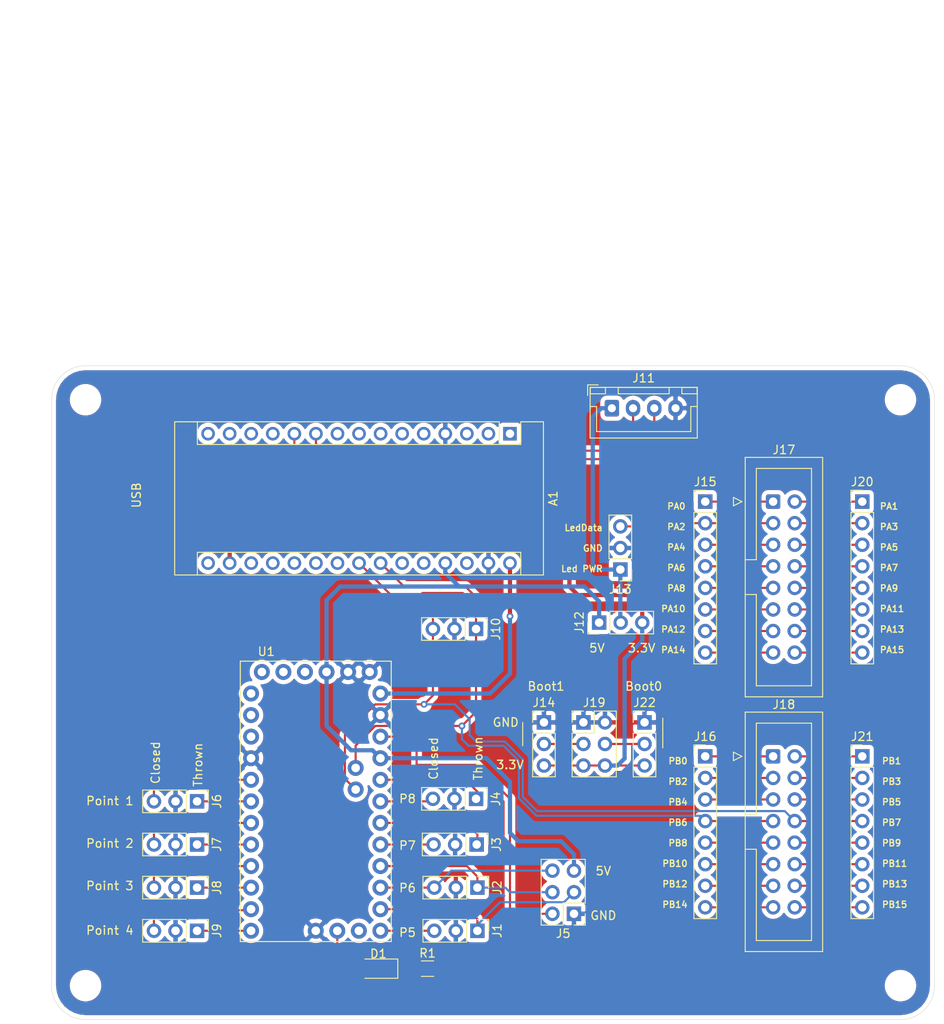
<source format=kicad_pcb>
(kicad_pcb (version 20211014) (generator pcbnew)
  (layers (0 "F.Cu" signal) (31 "B.Cu" signal) (34 "B.Paste" user) (35 "F.Paste" user) (36 "B.SilkS" user "B.Silkscreen") (37 "F.SilkS" user "F.Silkscreen") (38 "B.Mask" user) (39 "F.Mask" user) (44 "Edge.Cuts" user))
  (net 0 "")
  (net 1 "VBUS")
  (net 2 "GND")
  (net 3 "+5V")
  (net 4 "/Loco_Rx")
  (net 5 "/Loco_TX")
  (net 6 "/DC_6")
  (net 7 "/DT_6")
  (net 8 "/DT_5")
  (net 9 "/Rst_Mini")
  (net 10 "/DC_5")
  (net 11 "/DC_7")
  (net 12 "/DT_7")
  (net 13 "/DC_8")
  (net 14 "/DT_8")
  (net 15 "/DC_1")
  (net 16 "/DT_1")
  (net 17 "/DC_2")
  (net 18 "/DT_2")
  (net 19 "/DT_3")
  (net 20 "/DC_3")
  (net 21 "/DC_4")
  (net 22 "/DT_4")
  (net 23 "/PA15")
  (net 24 "/PA13")
  (net 25 "/PA11")
  (net 26 "/PA9")
  (net 27 "/PA7")
  (net 28 "/PA5")
  (net 29 "/PA3")
  (net 30 "/PA1")
  (net 31 "/PA14")
  (net 32 "/PA12")
  (net 33 "/PA10")
  (net 34 "/PA8")
  (net 35 "/PA6")
  (net 36 "/PA4")
  (net 37 "/PA0")
  (net 38 "/PB15")
  (net 39 "/PB13")
  (net 40 "/PB11")
  (net 41 "/PB9")
  (net 42 "/PB7")
  (net 43 "/PB5")
  (net 44 "/PB3")
  (net 45 "/PB1")
  (net 46 "/PB14")
  (net 47 "/PB12")
  (net 48 "/PB10")
  (net 49 "/PB8")
  (net 50 "/PB6")
  (net 51 "/PB4")
  (net 52 "/PB2")
  (net 53 "/PB0")
  (net 54 "+3V3")
  (net 55 "/Boot1")
  (net 56 "/Boot0")
  (net 57 "/LedData")
  (net 58 "/LedPWR")
  (net 59 "/CSignal")
  (net 60 "Net-(D1-Pad1)")
  (footprint "Connector_PinHeader_2.54mm:PinHeader_2x03_P2.54mm_Vertical" (layer "F.Cu") (at 87.54 127.54 180)
    (fp_text reference "J5" (at 1.27 -2.33) (layer "F.SilkS"))
    (fp_text value "Conn_02x03_Odd_Even")
    (pad "1" thru_hole rect locked (at 0 0 180) (size 1.7 1.7) (drill 1) (layers *.Cu *.Mask) (net 2 "GND"))
    (pad "2" thru_hole oval locked (at 2.54 0 180) (size 1.7 1.7) (drill 1) (layers *.Cu *.Mask) (net 9 "/Rst_Mini"))
    (pad "3" thru_hole oval locked (at 0 2.54 180) (size 1.7 1.7) (drill 1) (layers *.Cu *.Mask) (net 8 "/DT_5"))
    (pad "4" thru_hole oval locked (at 2.54 2.54 180) (size 1.7 1.7) (drill 1) (layers *.Cu *.Mask) (net 7 "/DT_6"))
    (pad "5" thru_hole oval locked (at 0 5.08 180) (size 1.7 1.7) (drill 1) (layers *.Cu *.Mask) (net 3 "+5V"))
    (pad "6" thru_hole oval locked (at 2.54 5.08 180) (size 1.7 1.7) (drill 1) (layers *.Cu *.Mask) (net 6 "/DC_6"))
  )
  (footprint "Connector_PinHeader_2.54mm:PinHeader_1x03_P2.54mm_Vertical" (layer "F.Cu") (at 76.16 124.46 -90)
    (fp_text reference "J2" (at 0 -2.33 90) (layer "F.SilkS"))
    (fp_text value "Conn_01x03")
    (pad "1" thru_hole rect locked (at 0 0 270) (size 1.7 1.7) (drill 1) (layers *.Cu *.Mask) (net 7 "/DT_6"))
    (pad "2" thru_hole oval locked (at 0 2.54 270) (size 1.7 1.7) (drill 1) (layers *.Cu *.Mask) (net 2 "GND"))
    (pad "3" thru_hole oval locked (at 0 5.08 270) (size 1.7 1.7) (drill 1) (layers *.Cu *.Mask) (net 6 "/DC_6"))
  )
  (footprint "Connector_PinHeader_2.54mm:PinHeader_1x03_P2.54mm_Vertical" (layer "F.Cu") (at 76 114 -90)
    (fp_text reference "J4" (at 0 -2.33 90) (layer "F.SilkS"))
    (fp_text value "Conn_01x03")
    (pad "1" thru_hole rect locked (at 0 0 270) (size 1.7 1.7) (drill 1) (layers *.Cu *.Mask) (net 14 "/DT_8"))
    (pad "2" thru_hole oval locked (at 0 2.54 270) (size 1.7 1.7) (drill 1) (layers *.Cu *.Mask) (net 2 "GND"))
    (pad "3" thru_hole oval locked (at 0 5.08 270) (size 1.7 1.7) (drill 1) (layers *.Cu *.Mask) (net 13 "/DC_8"))
  )
  (footprint "Connector_PinHeader_2.54mm:PinHeader_1x03_P2.54mm_Vertical" (layer "F.Cu") (at 43.14 114.3 -90)
    (fp_text reference "J6" (at 0 -2.33 90) (layer "F.SilkS"))
    (fp_text value "Conn_01x03")
    (pad "1" thru_hole rect locked (at 0 0 270) (size 1.7 1.7) (drill 1) (layers *.Cu *.Mask) (net 16 "/DT_1"))
    (pad "2" thru_hole oval locked (at 0 2.54 270) (size 1.7 1.7) (drill 1) (layers *.Cu *.Mask) (net 2 "GND"))
    (pad "3" thru_hole oval locked (at 0 5.08 270) (size 1.7 1.7) (drill 1) (layers *.Cu *.Mask) (net 15 "/DC_1"))
  )
  (footprint "Connector_PinHeader_2.54mm:PinHeader_1x03_P2.54mm_Vertical" (layer "F.Cu") (at 43.14 119.38 -90)
    (fp_text reference "J7" (at 0 -2.33 90) (layer "F.SilkS"))
    (fp_text value "Conn_01x03")
    (pad "1" thru_hole rect locked (at 0 0 270) (size 1.7 1.7) (drill 1) (layers *.Cu *.Mask) (net 18 "/DT_2"))
    (pad "2" thru_hole oval locked (at 0 2.54 270) (size 1.7 1.7) (drill 1) (layers *.Cu *.Mask) (net 2 "GND"))
    (pad "3" thru_hole oval locked (at 0 5.08 270) (size 1.7 1.7) (drill 1) (layers *.Cu *.Mask) (net 17 "/DC_2"))
  )
  (footprint "Connector_PinHeader_2.54mm:PinHeader_1x03_P2.54mm_Vertical" (layer "F.Cu") (at 43.14 124.46 -90)
    (fp_text reference "J8" (at 0 -2.33 90) (layer "F.SilkS"))
    (fp_text value "Conn_01x03")
    (pad "1" thru_hole rect locked (at 0 0 270) (size 1.7 1.7) (drill 1) (layers *.Cu *.Mask) (net 19 "/DT_3"))
    (pad "2" thru_hole oval locked (at 0 2.54 270) (size 1.7 1.7) (drill 1) (layers *.Cu *.Mask) (net 2 "GND"))
    (pad "3" thru_hole oval locked (at 0 5.08 270) (size 1.7 1.7) (drill 1) (layers *.Cu *.Mask) (net 20 "/DC_3"))
  )
  (footprint "Connector_PinHeader_2.54mm:PinHeader_1x03_P2.54mm_Vertical" (layer "F.Cu") (at 43.14 129.54 -90)
    (fp_text reference "J9" (at 0 -2.33 90) (layer "F.SilkS"))
    (fp_text value "Conn_01x03")
    (pad "1" thru_hole rect locked (at 0 0 270) (size 1.7 1.7) (drill 1) (layers *.Cu *.Mask) (net 22 "/DT_4"))
    (pad "2" thru_hole oval locked (at 0 2.54 270) (size 1.7 1.7) (drill 1) (layers *.Cu *.Mask) (net 2 "GND"))
    (pad "3" thru_hole oval locked (at 0 5.08 270) (size 1.7 1.7) (drill 1) (layers *.Cu *.Mask) (net 21 "/DC_4"))
  )
  (footprint "Connector_JST:JST_XH_B4B-XH-A_1x04_P2.50mm_Vertical" (layer "F.Cu") (at 92 68)
    (fp_text reference "J11" (at 3.75 -3.55) (layer "F.SilkS"))
    (fp_text value "Conn_01x04")
    (pad "1" thru_hole roundrect locked (at 0 0) (size 1.7 1.95) (drill 0.95) (layers *.Cu *.Mask) (roundrect_rratio 0.147059) (net 58 "/LedPWR"))
    (pad "2" thru_hole oval locked (at 2.5 0) (size 1.7 1.95) (drill 0.95) (layers *.Cu *.Mask) (net 5 "/Loco_TX"))
    (pad "3" thru_hole oval locked (at 5 0) (size 1.7 1.95) (drill 0.95) (layers *.Cu *.Mask) (net 4 "/Loco_Rx"))
    (pad "4" thru_hole oval locked (at 7.5 0) (size 1.7 1.95) (drill 0.95) (layers *.Cu *.Mask) (net 2 "GND"))
  )
  (footprint "Connector_PinHeader_2.54mm:PinHeader_1x03_P2.54mm_Vertical" (layer "F.Cu") (at 76 94 -90)
    (fp_text reference "J10" (at 0 -2.33 90) (layer "F.SilkS"))
    (fp_text value "Conn_01x06")
    (pad "1" thru_hole rect locked (at 0 0 270) (size 1.7 1.7) (drill 1) (layers *.Cu *.Mask) (net 50 "/PB6"))
    (pad "2" thru_hole oval locked (at 0 2.54 270) (size 1.7 1.7) (drill 1) (layers *.Cu *.Mask) (net 2 "GND"))
    (pad "3" thru_hole oval locked (at 0 5.08 270) (size 1.7 1.7) (drill 1) (layers *.Cu *.Mask) (net 42 "/PB7"))
  )
  (footprint "Connector_PinHeader_2.54mm:PinHeader_1x03_P2.54mm_Vertical" (layer "F.Cu") (at 93 87 180)
    (fp_text reference "J13" (at 0 -2.33) (layer "F.SilkS"))
    (fp_text value "Conn_01x06")
    (pad "1" thru_hole rect locked (at 0 0 180) (size 1.7 1.7) (drill 1) (layers *.Cu *.Mask) (net 58 "/LedPWR"))
    (pad "2" thru_hole oval locked (at 0 2.54 180) (size 1.7 1.7) (drill 1) (layers *.Cu *.Mask) (net 2 "GND"))
    (pad "3" thru_hole oval locked (at 0 5.08 180) (size 1.7 1.7) (drill 1) (layers *.Cu *.Mask) (net 57 "/LedData"))
  )
  (footprint "Connector_IDC:IDC-Header_2x08_P2.54mm_Vertical" (layer "F.Cu") (at 111 79)
    (fp_text reference "J17" (at 1.27 -6.1) (layer "F.SilkS"))
    (fp_text value "Conn_02x08_Odd_Even")
    (pad "1" thru_hole roundrect locked (at 0 0) (size 1.7 1.7) (drill 1) (layers *.Cu *.Mask) (roundrect_rratio 0.147059) (net 37 "/PA0"))
    (pad "2" thru_hole circle locked (at 2.54 0) (size 1.7 1.7) (drill 1) (layers *.Cu *.Mask) (net 30 "/PA1"))
    (pad "3" thru_hole circle locked (at 0 2.54) (size 1.7 1.7) (drill 1) (layers *.Cu *.Mask) (net 57 "/LedData"))
    (pad "4" thru_hole circle locked (at 2.54 2.54) (size 1.7 1.7) (drill 1) (layers *.Cu *.Mask) (net 29 "/PA3"))
    (pad "5" thru_hole circle locked (at 0 5.08) (size 1.7 1.7) (drill 1) (layers *.Cu *.Mask) (net 36 "/PA4"))
    (pad "6" thru_hole circle locked (at 2.54 5.08) (size 1.7 1.7) (drill 1) (layers *.Cu *.Mask) (net 28 "/PA5"))
    (pad "7" thru_hole circle locked (at 0 7.62) (size 1.7 1.7) (drill 1) (layers *.Cu *.Mask) (net 35 "/PA6"))
    (pad "8" thru_hole circle locked (at 2.54 7.62) (size 1.7 1.7) (drill 1) (layers *.Cu *.Mask) (net 27 "/PA7"))
    (pad "9" thru_hole circle locked (at 0 10.16) (size 1.7 1.7) (drill 1) (layers *.Cu *.Mask) (net 34 "/PA8"))
    (pad "10" thru_hole circle locked (at 2.54 10.16) (size 1.7 1.7) (drill 1) (layers *.Cu *.Mask) (net 26 "/PA9"))
    (pad "11" thru_hole circle locked (at 0 12.7) (size 1.7 1.7) (drill 1) (layers *.Cu *.Mask) (net 33 "/PA10"))
    (pad "12" thru_hole circle locked (at 2.54 12.7) (size 1.7 1.7) (drill 1) (layers *.Cu *.Mask) (net 25 "/PA11"))
    (pad "13" thru_hole circle locked (at 0 15.24) (size 1.7 1.7) (drill 1) (layers *.Cu *.Mask) (net 32 "/PA12"))
    (pad "14" thru_hole circle locked (at 2.54 15.24) (size 1.7 1.7) (drill 1) (layers *.Cu *.Mask) (net 24 "/PA13"))
    (pad "15" thru_hole circle locked (at 0 17.78) (size 1.7 1.7) (drill 1) (layers *.Cu *.Mask) (net 31 "/PA14"))
    (pad "16" thru_hole circle locked (at 2.54 17.78) (size 1.7 1.7) (drill 1) (layers *.Cu *.Mask) (net 23 "/PA15"))
  )
  (footprint "BoardArduinos:MODULE_ARDUINO_PRO_MINI" (layer "F.Cu") (at 57.12 114.3)
    (fp_text reference "U1" (at -5.825 -17.635) (layer "F.SilkS"))
    (fp_text value "ARDUINO_PRO_MINI")
    (pad "F_DTR" thru_hole circle locked (at -6.35 -15.24) (size 1.8796 1.8796) (drill 1.016) (layers *.Cu *.Mask))
    (pad "F_GND_1" thru_hole circle locked (at 3.81 -15.24) (size 1.8796 1.8796) (drill 1.016) (layers *.Cu *.Mask) (net 2 "GND"))
    (pad "F_GND_2" thru_hole circle locked (at 6.35 -15.24) (size 1.8796 1.8796) (drill 1.016) (layers *.Cu *.Mask) (net 2 "GND"))
    (pad "F_RX" thru_hole circle locked (at -1.27 -15.24) (size 1.8796 1.8796) (drill 1.016) (layers *.Cu *.Mask))
    (pad "F_TX" thru_hole circle locked (at -3.81 -15.24) (size 1.8796 1.8796) (drill 1.016) (layers *.Cu *.Mask))
    (pad "F_VCC" thru_hole circle locked (at 1.27 -15.24) (size 1.8796 1.8796) (drill 1.016) (layers *.Cu *.Mask) (net 3 "+5V"))
    (pad "JP2_1" thru_hole circle locked (at 4.699 -1.397) (size 1.8796 1.8796) (drill 1.016) (layers *.Cu *.Mask) (net 42 "/PB7"))
    (pad "JP2_2" thru_hole circle locked (at 4.699 -3.937) (size 1.8796 1.8796) (drill 1.016) (layers *.Cu *.Mask) (net 50 "/PB6"))
    (pad "JP3_1" thru_hole circle locked (at 2.54 15.24) (size 1.8796 1.8796) (drill 1.016) (layers *.Cu *.Mask) (net 59 "/CSignal"))
    (pad "JP3_2" thru_hole circle locked (at 5.08 15.24) (size 1.8796 1.8796) (drill 1.016) (layers *.Cu *.Mask))
    (pad "JP3_3" thru_hole circle locked (at 0 15.24) (size 1.8796 1.8796) (drill 1.016) (layers *.Cu *.Mask) (net 2 "GND"))
    (pad "JP6_1" thru_hole circle locked (at 7.62 -12.7) (size 1.8796 1.8796) (drill 1.016) (layers *.Cu *.Mask) (net 1 "VBUS"))
    (pad "JP6_2" thru_hole circle locked (at 7.62 -10.16) (size 1.8796 1.8796) (drill 1.016) (layers *.Cu *.Mask) (net 2 "GND"))
    (pad "JP6_3" thru_hole circle locked (at 7.62 -7.62) (size 1.8796 1.8796) (drill 1.016) (layers *.Cu *.Mask) (net 9 "/Rst_Mini"))
    (pad "JP6_4" thru_hole circle locked (at 7.62 -5.08) (size 1.8796 1.8796) (drill 1.016) (layers *.Cu *.Mask) (net 3 "+5V"))
    (pad "JP6_5" thru_hole circle locked (at 7.62 -2.54) (size 1.8796 1.8796) (drill 1.016) (layers *.Cu *.Mask) (net 14 "/DT_8"))
    (pad "JP6_6" thru_hole circle locked (at 7.62 0) (size 1.8796 1.8796) (drill 1.016) (layers *.Cu *.Mask) (net 13 "/DC_8"))
    (pad "JP6_7" thru_hole circle locked (at 7.62 2.54) (size 1.8796 1.8796) (drill 1.016) (layers *.Cu *.Mask) (net 12 "/DT_7"))
    (pad "JP6_8" thru_hole circle locked (at 7.62 5.08) (size 1.8796 1.8796) (drill 1.016) (layers *.Cu *.Mask) (net 11 "/DC_7"))
    (pad "JP6_9" thru_hole circle locked (at 7.62 7.62) (size 1.8796 1.8796) (drill 1.016) (layers *.Cu *.Mask) (net 7 "/DT_6"))
    (pad "JP6_10" thru_hole circle locked (at 7.62 10.16) (size 1.8796 1.8796) (drill 1.016) (layers *.Cu *.Mask) (net 6 "/DC_6"))
    (pad "JP6_11" thru_hole circle locked (at 7.62 12.7) (size 1.8796 1.8796) (drill 1.016) (layers *.Cu *.Mask) (net 8 "/DT_5"))
    (pad "JP6_12" thru_hole circle locked (at 7.62 15.24) (size 1.8796 1.8796) (drill 1.016) (layers *.Cu *.Mask) (net 10 "/DC_5"))
    (pad "JP7_1" thru_hole circle locked (at -7.62 15.24) (size 1.8796 1.8796) (drill 1.016) (layers *.Cu *.Mask) (net 22 "/DT_4"))
    (pad "JP7_2" thru_hole circle locked (at -7.62 12.7) (size 1.8796 1.8796) (drill 1.016) (layers *.Cu *.Mask) (net 21 "/DC_4"))
    (pad "JP7_3" thru_hole circle locked (at -7.62 10.16) (size 1.8796 1.8796) (drill 1.016) (layers *.Cu *.Mask) (net 19 "/DT_3"))
    (pad "JP7_4" thru_hole circle locked (at -7.62 7.62) (size 1.8796 1.8796) (drill 1.016) (layers *.Cu *.Mask) (net 20 "/DC_3"))
    (pad "JP7_5" thru_hole circle locked (at -7.62 5.08) (size 1.8796 1.8796) (drill 1.016) (layers *.Cu *.Mask) (net 18 "/DT_2"))
    (pad "JP7_6" thru_hole circle locked (at -7.62 2.54) (size 1.8796 1.8796) (drill 1.016) (layers *.Cu *.Mask) (net 17 "/DC_2"))
    (pad "JP7_7" thru_hole circle locked (at -7.62 0) (size 1.8796 1.8796) (drill 1.016) (layers *.Cu *.Mask) (net 16 "/DT_1"))
    (pad "JP7_8" thru_hole circle locked (at -7.62 -2.54) (size 1.8796 1.8796) (drill 1.016) (layers *.Cu *.Mask) (net 15 "/DC_1"))
    (pad "JP7_9" thru_hole circle locked (at -7.62 -5.08) (size 1.8796 1.8796) (drill 1.016) (layers *.Cu *.Mask) (net 2 "GND"))
    (pad "JP7_10" thru_hole circle locked (at -7.62 -7.62) (size 1.8796 1.8796) (drill 1.016) (layers *.Cu *.Mask))
    (pad "JP7_11" thru_hole circle locked (at -7.62 -10.16) (size 1.8796 1.8796) (drill 1.016) (layers *.Cu *.Mask))
    (pad "JP7_12" thru_hole circle locked (at -7.62 -12.7) (size 1.8796 1.8796) (drill 1.016) (layers *.Cu *.Mask))
  )
  (footprint "Connector_PinHeader_2.54mm:PinHeader_1x08_P2.54mm_Vertical" (layer "F.Cu") (at 103 79)
    (fp_text reference "J15" (at 0 -2.33) (layer "F.SilkS"))
    (fp_text value "Conn_01x08")
    (pad "1" thru_hole rect locked (at 0 0) (size 1.7 1.7) (drill 1) (layers *.Cu *.Mask) (net 37 "/PA0"))
    (pad "2" thru_hole oval locked (at 0 2.54) (size 1.7 1.7) (drill 1) (layers *.Cu *.Mask) (net 57 "/LedData"))
    (pad "3" thru_hole oval locked (at 0 5.08) (size 1.7 1.7) (drill 1) (layers *.Cu *.Mask) (net 36 "/PA4"))
    (pad "4" thru_hole oval locked (at 0 7.62) (size 1.7 1.7) (drill 1) (layers *.Cu *.Mask) (net 35 "/PA6"))
    (pad "5" thru_hole oval locked (at 0 10.16) (size 1.7 1.7) (drill 1) (layers *.Cu *.Mask) (net 34 "/PA8"))
    (pad "6" thru_hole oval locked (at 0 12.7) (size 1.7 1.7) (drill 1) (layers *.Cu *.Mask) (net 33 "/PA10"))
    (pad "7" thru_hole oval locked (at 0 15.24) (size 1.7 1.7) (drill 1) (layers *.Cu *.Mask) (net 32 "/PA12"))
    (pad "8" thru_hole oval locked (at 0 17.78) (size 1.7 1.7) (drill 1) (layers *.Cu *.Mask) (net 31 "/PA14"))
  )
  (footprint "Connector_PinHeader_2.54mm:PinHeader_1x08_P2.54mm_Vertical" (layer "F.Cu") (at 103 109)
    (fp_text reference "J16" (at 0 -2.33) (layer "F.SilkS"))
    (fp_text value "Conn_01x08")
    (pad "1" thru_hole rect locked (at 0 0) (size 1.7 1.7) (drill 1) (layers *.Cu *.Mask) (net 53 "/PB0"))
    (pad "2" thru_hole oval locked (at 0 2.54) (size 1.7 1.7) (drill 1) (layers *.Cu *.Mask) (net 52 "/PB2"))
    (pad "3" thru_hole oval locked (at 0 5.08) (size 1.7 1.7) (drill 1) (layers *.Cu *.Mask) (net 51 "/PB4"))
    (pad "4" thru_hole oval locked (at 0 7.62) (size 1.7 1.7) (drill 1) (layers *.Cu *.Mask) (net 50 "/PB6"))
    (pad "5" thru_hole oval locked (at 0 10.16) (size 1.7 1.7) (drill 1) (layers *.Cu *.Mask) (net 49 "/PB8"))
    (pad "6" thru_hole oval locked (at 0 12.7) (size 1.7 1.7) (drill 1) (layers *.Cu *.Mask) (net 48 "/PB10"))
    (pad "7" thru_hole oval locked (at 0 15.24) (size 1.7 1.7) (drill 1) (layers *.Cu *.Mask) (net 47 "/PB12"))
    (pad "8" thru_hole oval locked (at 0 17.78) (size 1.7 1.7) (drill 1) (layers *.Cu *.Mask) (net 46 "/PB14"))
  )
  (footprint "Connector_PinHeader_2.54mm:PinHeader_1x08_P2.54mm_Vertical" (layer "F.Cu") (at 121.5 79)
    (fp_text reference "J20" (at 0 -2.33) (layer "F.SilkS"))
    (fp_text value "Conn_01x08")
    (pad "1" thru_hole rect locked (at 0 0) (size 1.7 1.7) (drill 1) (layers *.Cu *.Mask) (net 30 "/PA1"))
    (pad "2" thru_hole oval locked (at 0 2.54) (size 1.7 1.7) (drill 1) (layers *.Cu *.Mask) (net 29 "/PA3"))
    (pad "3" thru_hole oval locked (at 0 5.08) (size 1.7 1.7) (drill 1) (layers *.Cu *.Mask) (net 28 "/PA5"))
    (pad "4" thru_hole oval locked (at 0 7.62) (size 1.7 1.7) (drill 1) (layers *.Cu *.Mask) (net 27 "/PA7"))
    (pad "5" thru_hole oval locked (at 0 10.16) (size 1.7 1.7) (drill 1) (layers *.Cu *.Mask) (net 26 "/PA9"))
    (pad "6" thru_hole oval locked (at 0 12.7) (size 1.7 1.7) (drill 1) (layers *.Cu *.Mask) (net 25 "/PA11"))
    (pad "7" thru_hole oval locked (at 0 15.24) (size 1.7 1.7) (drill 1) (layers *.Cu *.Mask) (net 24 "/PA13"))
    (pad "8" thru_hole oval locked (at 0 17.78) (size 1.7 1.7) (drill 1) (layers *.Cu *.Mask) (net 23 "/PA15"))
  )
  (footprint "Connector_PinHeader_2.54mm:PinHeader_1x08_P2.54mm_Vertical" (layer "F.Cu") (at 121.5 109)
    (fp_text reference "J21" (at 0 -2.33) (layer "F.SilkS"))
    (fp_text value "Conn_01x08")
    (pad "1" thru_hole rect locked (at 0 0) (size 1.7 1.7) (drill 1) (layers *.Cu *.Mask) (net 45 "/PB1"))
    (pad "2" thru_hole oval locked (at 0 2.54) (size 1.7 1.7) (drill 1) (layers *.Cu *.Mask) (net 44 "/PB3"))
    (pad "3" thru_hole oval locked (at 0 5.08) (size 1.7 1.7) (drill 1) (layers *.Cu *.Mask) (net 43 "/PB5"))
    (pad "4" thru_hole oval locked (at 0 7.62) (size 1.7 1.7) (drill 1) (layers *.Cu *.Mask) (net 42 "/PB7"))
    (pad "5" thru_hole oval locked (at 0 10.16) (size 1.7 1.7) (drill 1) (layers *.Cu *.Mask) (net 41 "/PB9"))
    (pad "6" thru_hole oval locked (at 0 12.7) (size 1.7 1.7) (drill 1) (layers *.Cu *.Mask) (net 40 "/PB11"))
    (pad "7" thru_hole oval locked (at 0 15.24) (size 1.7 1.7) (drill 1) (layers *.Cu *.Mask) (net 39 "/PB13"))
    (pad "8" thru_hole oval locked (at 0 17.78) (size 1.7 1.7) (drill 1) (layers *.Cu *.Mask) (net 38 "/PB15"))
  )
  (footprint "Connector_IDC:IDC-Header_2x08_P2.54mm_Vertical" (layer "F.Cu") (at 111 109)
    (fp_text reference "J18" (at 1.27 -6.1) (layer "F.SilkS"))
    (fp_text value "Conn_02x08_Odd_Even")
    (pad "1" thru_hole roundrect locked (at 0 0) (size 1.7 1.7) (drill 1) (layers *.Cu *.Mask) (roundrect_rratio 0.147059) (net 53 "/PB0"))
    (pad "2" thru_hole circle locked (at 2.54 0) (size 1.7 1.7) (drill 1) (layers *.Cu *.Mask) (net 45 "/PB1"))
    (pad "3" thru_hole circle locked (at 0 2.54) (size 1.7 1.7) (drill 1) (layers *.Cu *.Mask) (net 52 "/PB2"))
    (pad "4" thru_hole circle locked (at 2.54 2.54) (size 1.7 1.7) (drill 1) (layers *.Cu *.Mask) (net 44 "/PB3"))
    (pad "5" thru_hole circle locked (at 0 5.08) (size 1.7 1.7) (drill 1) (layers *.Cu *.Mask) (net 51 "/PB4"))
    (pad "6" thru_hole circle locked (at 2.54 5.08) (size 1.7 1.7) (drill 1) (layers *.Cu *.Mask) (net 43 "/PB5"))
    (pad "7" thru_hole circle locked (at 0 7.62) (size 1.7 1.7) (drill 1) (layers *.Cu *.Mask) (net 50 "/PB6"))
    (pad "8" thru_hole circle locked (at 2.54 7.62) (size 1.7 1.7) (drill 1) (layers *.Cu *.Mask) (net 42 "/PB7"))
    (pad "9" thru_hole circle locked (at 0 10.16) (size 1.7 1.7) (drill 1) (layers *.Cu *.Mask) (net 49 "/PB8"))
    (pad "10" thru_hole circle locked (at 2.54 10.16) (size 1.7 1.7) (drill 1) (layers *.Cu *.Mask) (net 41 "/PB9"))
    (pad "11" thru_hole circle locked (at 0 12.7) (size 1.7 1.7) (drill 1) (layers *.Cu *.Mask) (net 48 "/PB10"))
    (pad "12" thru_hole circle locked (at 2.54 12.7) (size 1.7 1.7) (drill 1) (layers *.Cu *.Mask) (net 40 "/PB11"))
    (pad "13" thru_hole circle locked (at 0 15.24) (size 1.7 1.7) (drill 1) (layers *.Cu *.Mask) (net 47 "/PB12"))
    (pad "14" thru_hole circle locked (at 2.54 15.24) (size 1.7 1.7) (drill 1) (layers *.Cu *.Mask) (net 39 "/PB13"))
    (pad "15" thru_hole circle locked (at 0 17.78) (size 1.7 1.7) (drill 1) (layers *.Cu *.Mask) (net 46 "/PB14"))
    (pad "16" thru_hole circle locked (at 2.54 17.78) (size 1.7 1.7) (drill 1) (layers *.Cu *.Mask) (net 38 "/PB15"))
  )
  (footprint "MountingHole:MountingHole_2.7mm_M2.5" (layer "F.Cu") (at 126 67)
    (fp_text reference "H3" hide)
    (fp_text value "MountingHole")
    (pad "" np_thru_hole circle locked (at 0 0) (size 2.7 2.7) (drill 2.7) (layers *.Cu *.Mask))
  )
  (footprint "MountingHole:MountingHole_2.7mm_M2.5" (layer "F.Cu") (at 126 136)
    (fp_text reference "H4" hide)
    (fp_text value "MountingHole")
    (pad "" np_thru_hole circle locked (at 0 0) (size 2.7 2.7) (drill 2.7) (layers *.Cu *.Mask))
  )
  (footprint "Module:Arduino_Nano" (layer "F.Cu") (at 80 71 -90)
    (fp_text reference "A1" (at 7.62 -5.08 90) (layer "F.SilkS"))
    (fp_text value "Arduino_Nano_v2.x")
    (pad "1" thru_hole rect locked (at 0 0 270) (size 1.6 1.6) (drill 1) (layers *.Cu *.Mask))
    (pad "2" thru_hole oval locked (at 0 2.54 270) (size 1.6 1.6) (drill 1) (layers *.Cu *.Mask))
    (pad "3" thru_hole oval locked (at 0 5.08 270) (size 1.6 1.6) (drill 1) (layers *.Cu *.Mask))
    (pad "4" thru_hole oval locked (at 0 7.62 270) (size 1.6 1.6) (drill 1) (layers *.Cu *.Mask) (net 2 "GND"))
    (pad "5" thru_hole oval locked (at 0 10.16 270) (size 1.6 1.6) (drill 1) (layers *.Cu *.Mask))
    (pad "6" thru_hole oval locked (at 0 12.7 270) (size 1.6 1.6) (drill 1) (layers *.Cu *.Mask))
    (pad "7" thru_hole oval locked (at 0 15.24 270) (size 1.6 1.6) (drill 1) (layers *.Cu *.Mask))
    (pad "8" thru_hole oval locked (at 0 17.78 270) (size 1.6 1.6) (drill 1) (layers *.Cu *.Mask))
    (pad "9" thru_hole oval locked (at 0 20.32 270) (size 1.6 1.6) (drill 1) (layers *.Cu *.Mask))
    (pad "10" thru_hole oval locked (at 0 22.86 270) (size 1.6 1.6) (drill 1) (layers *.Cu *.Mask) (net 5 "/Loco_TX"))
    (pad "11" thru_hole oval locked (at 0 25.4 270) (size 1.6 1.6) (drill 1) (layers *.Cu *.Mask) (net 4 "/Loco_Rx"))
    (pad "12" thru_hole oval locked (at 0 27.94 270) (size 1.6 1.6) (drill 1) (layers *.Cu *.Mask))
    (pad "13" thru_hole oval locked (at 0 30.48 270) (size 1.6 1.6) (drill 1) (layers *.Cu *.Mask))
    (pad "14" thru_hole oval locked (at 0 33.02 270) (size 1.6 1.6) (drill 1) (layers *.Cu *.Mask))
    (pad "15" thru_hole oval locked (at 0 35.56 270) (size 1.6 1.6) (drill 1) (layers *.Cu *.Mask))
    (pad "16" thru_hole oval locked (at 15.24 35.56 270) (size 1.6 1.6) (drill 1) (layers *.Cu *.Mask))
    (pad "17" thru_hole oval locked (at 15.24 33.02 270) (size 1.6 1.6) (drill 1) (layers *.Cu *.Mask) (net 54 "+3V3"))
    (pad "18" thru_hole oval locked (at 15.24 30.48 270) (size 1.6 1.6) (drill 1) (layers *.Cu *.Mask))
    (pad "19" thru_hole oval locked (at 15.24 27.94 270) (size 1.6 1.6) (drill 1) (layers *.Cu *.Mask))
    (pad "20" thru_hole oval locked (at 15.24 25.4 270) (size 1.6 1.6) (drill 1) (layers *.Cu *.Mask))
    (pad "21" thru_hole oval locked (at 15.24 22.86 270) (size 1.6 1.6) (drill 1) (layers *.Cu *.Mask))
    (pad "22" thru_hole oval locked (at 15.24 20.32 270) (size 1.6 1.6) (drill 1) (layers *.Cu *.Mask))
    (pad "23" thru_hole oval locked (at 15.24 17.78 270) (size 1.6 1.6) (drill 1) (layers *.Cu *.Mask) (net 42 "/PB7"))
    (pad "24" thru_hole oval locked (at 15.24 15.24 270) (size 1.6 1.6) (drill 1) (layers *.Cu *.Mask) (net 50 "/PB6"))
    (pad "25" thru_hole oval locked (at 15.24 12.7 270) (size 1.6 1.6) (drill 1) (layers *.Cu *.Mask))
    (pad "26" thru_hole oval locked (at 15.24 10.16 270) (size 1.6 1.6) (drill 1) (layers *.Cu *.Mask))
    (pad "27" thru_hole oval locked (at 15.24 7.62 270) (size 1.6 1.6) (drill 1) (layers *.Cu *.Mask) (net 3 "+5V"))
    (pad "28" thru_hole oval locked (at 15.24 5.08 270) (size 1.6 1.6) (drill 1) (layers *.Cu *.Mask))
    (pad "29" thru_hole oval locked (at 15.24 2.54 270) (size 1.6 1.6) (drill 1) (layers *.Cu *.Mask) (net 2 "GND"))
    (pad "30" thru_hole oval locked (at 15.24 0 270) (size 1.6 1.6) (drill 1) (layers *.Cu *.Mask) (net 1 "VBUS"))
  )
  (footprint "Connector_PinHeader_2.54mm:PinHeader_1x03_P2.54mm_Vertical" (layer "F.Cu") (at 76.16 129.54 -90)
    (fp_text reference "J1" (at 0 -2.33 90) (layer "F.SilkS"))
    (fp_text value "Conn_01x03")
    (pad "1" thru_hole rect locked (at 0 0 270) (size 1.7 1.7) (drill 1) (layers *.Cu *.Mask) (net 8 "/DT_5"))
    (pad "2" thru_hole oval locked (at 0 2.54 270) (size 1.7 1.7) (drill 1) (layers *.Cu *.Mask) (net 2 "GND"))
    (pad "3" thru_hole oval locked (at 0 5.08 270) (size 1.7 1.7) (drill 1) (layers *.Cu *.Mask) (net 10 "/DC_5"))
  )
  (footprint "MountingHole:MountingHole_2.7mm_M2.5" (layer "F.Cu") (at 30 136)
    (fp_text reference "H2" hide)
    (fp_text value "MountingHole")
    (pad "" np_thru_hole circle locked (at 0 0) (size 2.7 2.7) (drill 2.7) (layers *.Cu *.Mask))
  )
  (footprint "MountingHole:MountingHole_2.7mm_M2.5" (layer "F.Cu") (at 30 67)
    (fp_text reference "H1" hide)
    (fp_text value "MountingHole")
    (pad "" np_thru_hole circle locked (at 0 0) (size 2.7 2.7) (drill 2.7) (layers *.Cu *.Mask))
  )
  (footprint "Connector_PinHeader_2.54mm:PinHeader_1x03_P2.54mm_Vertical" (layer "F.Cu") (at 84 105)
    (fp_text reference "J14" (at 0 -2.33) (layer "F.SilkS"))
    (fp_text value "Conn_01x03")
    (pad "1" thru_hole rect locked (at 0 0) (size 1.7 1.7) (drill 1) (layers *.Cu *.Mask) (net 2 "GND"))
    (pad "2" thru_hole oval locked (at 0 2.54) (size 1.7 1.7) (drill 1) (layers *.Cu *.Mask) (net 55 "/Boot1"))
    (pad "3" thru_hole oval locked (at 0 5.08) (size 1.7 1.7) (drill 1) (layers *.Cu *.Mask) (net 54 "+3V3"))
  )
  (footprint "Connector_PinHeader_2.54mm:PinHeader_2x03_P2.54mm_Vertical" (layer "F.Cu") (at 88.65 105)
    (fp_text reference "J19" (at 1.27 -2.33) (layer "F.SilkS"))
    (fp_text value "Conn_02x03_Odd_Even")
    (pad "1" thru_hole rect locked (at 0 0) (size 1.7 1.7) (drill 1) (layers *.Cu *.Mask) (net 2 "GND"))
    (pad "2" thru_hole oval locked (at 2.54 0) (size 1.7 1.7) (drill 1) (layers *.Cu *.Mask) (net 2 "GND"))
    (pad "3" thru_hole oval locked (at 0 2.54) (size 1.7 1.7) (drill 1) (layers *.Cu *.Mask) (net 55 "/Boot1"))
    (pad "4" thru_hole oval locked (at 2.54 2.54) (size 1.7 1.7) (drill 1) (layers *.Cu *.Mask) (net 56 "/Boot0"))
    (pad "5" thru_hole oval locked (at 0 5.08) (size 1.7 1.7) (drill 1) (layers *.Cu *.Mask) (net 54 "+3V3"))
    (pad "6" thru_hole oval locked (at 2.54 5.08) (size 1.7 1.7) (drill 1) (layers *.Cu *.Mask) (net 54 "+3V3"))
  )
  (footprint "Connector_PinHeader_2.54mm:PinHeader_1x03_P2.54mm_Vertical" (layer "F.Cu") (at 95.85 105)
    (fp_text reference "J22" (at 0 -2.33) (layer "F.SilkS"))
    (fp_text value "Conn_01x03")
    (pad "1" thru_hole rect locked (at 0 0) (size 1.7 1.7) (drill 1) (layers *.Cu *.Mask) (net 2 "GND"))
    (pad "2" thru_hole oval locked (at 0 2.54) (size 1.7 1.7) (drill 1) (layers *.Cu *.Mask) (net 56 "/Boot0"))
    (pad "3" thru_hole oval locked (at 0 5.08) (size 1.7 1.7) (drill 1) (layers *.Cu *.Mask) (net 54 "+3V3"))
  )
  (footprint "Connector_PinHeader_2.54mm:PinHeader_1x03_P2.54mm_Vertical" (layer "F.Cu") (at 76.08 119.38 -90)
    (fp_text reference "J3" (at 0 -2.33 90) (layer "F.SilkS"))
    (fp_text value "Conn_01x03")
    (pad "1" thru_hole rect locked (at 0 0 270) (size 1.7 1.7) (drill 1) (layers *.Cu *.Mask) (net 12 "/DT_7"))
    (pad "2" thru_hole oval locked (at 0 2.54 270) (size 1.7 1.7) (drill 1) (layers *.Cu *.Mask) (net 2 "GND"))
    (pad "3" thru_hole oval locked (at 0 5.08 270) (size 1.7 1.7) (drill 1) (layers *.Cu *.Mask) (net 11 "/DC_7"))
  )
  (footprint "Connector_PinHeader_2.54mm:PinHeader_1x03_P2.54mm_Vertical" (layer "F.Cu") (at 90.5 93.25 90)
    (fp_text reference "J12" (at 0 -2.33 90) (layer "F.SilkS"))
    (fp_text value "Conn_01x06")
    (pad "1" thru_hole rect locked (at 0 0 90) (size 1.7 1.7) (drill 1) (layers *.Cu *.Mask) (net 3 "+5V"))
    (pad "2" thru_hole oval locked (at 0 2.54 90) (size 1.7 1.7) (drill 1) (layers *.Cu *.Mask) (net 58 "/LedPWR"))
    (pad "3" thru_hole oval locked (at 0 5.08 90) (size 1.7 1.7) (drill 1) (layers *.Cu *.Mask) (net 54 "+3V3"))
  )
  (footprint "LED_SMD:LED_1206_3216Metric" (layer "F.Cu") (at 64.5 134 180)
    (fp_text reference "D1" (at 0 1.75) (layer "F.SilkS"))
    (fp_text value "LED")
    (pad "1" smd roundrect locked (at -1.4 0 180) (size 1.25 1.75) (layers "F.Cu" "F.Paste" "F.Mask") (roundrect_rratio 0.2) (net 60 "Net-(D1-Pad1)"))
    (pad "2" smd roundrect locked (at 1.4 0 180) (size 1.25 1.75) (layers "F.Cu" "F.Paste" "F.Mask") (roundrect_rratio 0.2) (net 59 "/CSignal"))
  )
  (footprint "Resistor_SMD:R_1206_3216Metric" (layer "F.Cu") (at 70.2875 134)
    (fp_text reference "R1" (at 0 -1.82) (layer "F.SilkS"))
    (fp_text value "1K")
    (pad "1" smd roundrect locked (at -1.4625 0) (size 1.125 1.75) (layers "F.Cu" "F.Paste" "F.Mask") (roundrect_rratio 0.222222) (net 60 "Net-(D1-Pad1)"))
    (pad "2" smd roundrect locked (at 1.4625 0) (size 1.125 1.75) (layers "F.Cu" "F.Paste" "F.Mask") (roundrect_rratio 0.222222) (net 2 "GND"))
  )
  (gr_line (start 98 104.5) (end 98 108) (layer "F.SilkS") (width 0.12))
  (gr_line (start 81.5 105) (end 81.5 107.75) (layer "F.SilkS") (width 0.12))
  (gr_line (start 30 63) (end 126 63) (layer "Edge.Cuts") (width 0.05))
  (gr_arc (start 126 63) (mid 128.828427 64.171573) (end 130 67) (layer "Edge.Cuts") (width 0.05))
  (gr_line (start 130 67) (end 130 136) (layer "Edge.Cuts") (width 0.05))
  (gr_line (start 126 140) (end 30 140) (layer "Edge.Cuts") (width 0.05))
  (gr_arc (start 30 140) (mid 27.171573 138.828427) (end 26 136) (layer "Edge.Cuts") (width 0.05))
  (gr_line (start 26 136) (end 26 67) (layer "Edge.Cuts") (width 0.05))
  (gr_arc (start 130 136) (mid 128.828427 138.828427) (end 126 140) (layer "Edge.Cuts") (width 0.05))
  (gr_arc (start 26 67) (mid 27.171573 64.171573) (end 30 63) (layer "Edge.Cuts") (width 0.05))
  (gr_text "PB0\n\nPB2\n\nPB4\n\nPB6\n\nPB8\n\nPB10\n\nPB12\n\nPB14" (at 101 118) (layer "F.SilkS") (effects (font (size 0.75 0.75)) (justify right)))
  (gr_text "PA1\n\nPA3\n\nPA5\n\nPA7\n\nPA9\n\nPA11\n\nPA13\n\nPA15" (at 123.5 88) (layer "F.SilkS") (effects (font (size 0.75 0.75)) (justify left)))
  (gr_text "PA0\n\nPA2\n\nPA4\n\nPA6\n\nPA8\n\nPA10\n\nPA12\n\nPA14" (at 100.75 88) (layer "F.SilkS") (effects (font (size 0.75 0.75)) (justify right)))
  (gr_text "Boot1" (at 84.25 100.75) (layer "F.SilkS") (effects (font (size 1 1))))
  (gr_text "GND" (at 91 127.75) (layer "F.SilkS") (effects (font (size 1 1))))
  (gr_text "5V" (at 91 122.5) (layer "F.SilkS") (effects (font (size 1 1))))
  (gr_text "LedData\n\nGND\n\nLed PWR" (at 91 84.5) (layer "F.SilkS") (effects (font (size 0.75 0.75)) (justify right)))
  (gr_text "5V" (at 90.25 96.25) (layer "F.SilkS") (effects (font (size 1 1))))
  (gr_text "3.3V" (at 95.5 96.25) (layer "F.SilkS") (effects (font (size 1 1))))
  (gr_text "Thrown" (at 76.25 109.25 90) (layer "F.SilkS") (effects (font (size 1 1))))
  (gr_text "Closed" (at 71 109.25 90) (layer "F.SilkS") (effects (font (size 1 1))))
  (gr_text "Point 2" (at 35.75 119.25) (layer "F.SilkS") (effects (font (size 1 1)) (justify right)))
  (gr_text "Point 3" (at 35.75 124.25) (layer "F.SilkS") (effects (font (size 1 1)) (justify right)))
  (gr_text "Point 4" (at 35.75 129.5) (layer "F.SilkS") (effects (font (size 1 1)) (justify right)))
  (gr_text "P7" (at 69 119.5) (layer "F.SilkS") (effects (font (size 1 1)) (justify right)))
  (gr_text "P5" (at 69 129.75) (layer "F.SilkS") (effects (font (size 1 1)) (justify right)))
  (gr_text "P8" (at 69 114) (layer "F.SilkS") (effects (font (size 1 1)) (justify right)))
  (gr_text "P6" (at 69 124.5) (layer "F.SilkS") (effects (font (size 1 1)) (justify right)))
  (gr_text "Closed" (at 38.25 109.75 90) (layer "F.SilkS") (effects (font (size 1 1))))
  (gr_text "PB1\n\nPB3\n\nPB5\n\nPB7\n\nPB9\n\nPB11\n\nPB13\n\nPB15" (at 123.75 118) (layer "F.SilkS") (effects (font (size 0.75 0.75)) (justify left)))
  (gr_text "Boot0" (at 95.75 100.75) (layer "F.SilkS") (effects (font (size 1 1))))
  (gr_text "Point 1" (at 35.75 114.25) (layer "F.SilkS") (effects (font (size 1 1)) (justify right)))
  (gr_text "3.3V" (at 80 110) (layer "F.SilkS") (effects (font (size 1 1))))
  (gr_text "Thrown" (at 43.25 110 90) (layer "F.SilkS") (effects (font (size 1 1))))
  (gr_text "GND" (at 79.5 105) (layer "F.SilkS") (effects (font (size 1 1))))
  (gr_text "USB" (at 36 78.25 90) (layer "F.SilkS") (effects (font (size 1 1))))
  (segment (start 80 92.5) (end 80 86.24) (width 0.5) (layer "F.Cu") (net 1))
  (via (at 80 92.5) (size 0.8) (drill 0.4) (layers "F.Cu" "B.Cu") (net 1))
  (segment (start 64.74 101.6) (end 77.65 101.6) (width 0.5) (layer "B.Cu") (net 1))
  (segment (start 77.65 101.6) (end 80 99.25) (width 0.5) (layer "B.Cu") (net 1))
  (segment (start 80 99.25) (end 80 92.5) (width 0.5) (layer "B.Cu") (net 1))
  (segment (start 58.39 99.06) (end 58.39 90.61) (width 0.5) (layer "B.Cu") (net 3))
  (segment (start 64.74 109.22) (end 63.800201 108.280201) (width 0.5) (layer "B.Cu") (net 3))
  (segment (start 80 112) (end 77.22 109.22) (width 0.5) (layer "B.Cu") (net 3))
  (segment (start 61.280201 108.280201) (end 58.39 105.39) (width 0.5) (layer "B.Cu") (net 3))
  (segment (start 63.800201 108.280201) (end 61.280201 108.280201) (width 0.5) (layer "B.Cu") (net 3))
  (segment (start 72.38 87.38) (end 74 89) (width 0.5) (layer "B.Cu") (net 3))
  (segment (start 90.5 93.25) (end 90.5 90.75) (width 0.5) (layer "B.Cu") (net 3))
  (segment (start 72.38 86.24) (end 72.38 87.38) (width 0.5) (layer "B.Cu") (net 3))
  (segment (start 60 89) (end 75 89) (width 0.5) (layer "B.Cu") (net 3))
  (segment (start 58.39 90.61) (end 60 89) (width 0.5) (layer "B.Cu") (net 3))
  (segment (start 58.39 105.39) (end 58.39 99.06) (width 0.5) (layer "B.Cu") (net 3))
  (segment (start 86 119) (end 81 119) (width 0.5) (layer "B.Cu") (net 3))
  (segment (start 80 118) (end 80 112) (width 0.5) (layer "B.Cu") (net 3))
  (segment (start 74 89) (end 75 89) (width 0.5) (layer "B.Cu") (net 3))
  (segment (start 75 89) (end 86 89) (width 0.5) (layer "B.Cu") (net 3))
  (segment (start 87.54 122.46) (end 87.54 120.54) (width 0.5) (layer "B.Cu") (net 3))
  (segment (start 77.22 109.22) (end 64.74 109.22) (width 0.5) (layer "B.Cu") (net 3))
  (segment (start 88.75 89) (end 86 89) (width 0.5) (layer "B.Cu") (net 3))
  (segment (start 81 119) (end 80 118) (width 0.5) (layer "B.Cu") (net 3))
  (segment (start 87.54 120.54) (end 86 119) (width 0.5) (layer "B.Cu") (net 3))
  (segment (start 90.5 90.75) (end 88.75 89) (width 0.5) (layer "B.Cu") (net 3))
  (segment (start 95 74) (end 56 74) (width 0.25) (layer "F.Cu") (net 4))
  (segment (start 56 74) (end 54.6 72.6) (width 0.25) (layer "F.Cu") (net 4))
  (segment (start 54.6 72.6) (end 54.6 71) (width 0.25) (layer "F.Cu") (net 4))
  (segment (start 97 68) (end 97 72) (width 0.25) (layer "F.Cu") (net 4))
  (segment (start 97 72) (end 95 74) (width 0.25) (layer "F.Cu") (net 4))
  (segment (start 94 73) (end 58 73) (width 0.25) (layer "F.Cu") (net 5))
  (segment (start 94.5 68) (end 94.5 72.5) (width 0.25) (layer "F.Cu") (net 5))
  (segment (start 58 73) (end 57.14 72.14) (width 0.25) (layer "F.Cu") (net 5))
  (segment (start 57.14 72.14) (end 57.14 71) (width 0.25) (layer "F.Cu") (net 5))
  (segment (start 94.5 72.5) (end 94 73) (width 0.25) (layer "F.Cu") (net 5))
  (segment (start 64.74 124.46) (end 71.08 124.46) (width 0.25) (layer "F.Cu") (net 6))
  (segment (start 73.08 122.46) (end 71.08 124.46) (width 0.25) (layer "B.Cu") (net 6))
  (segment (start 85 122.46) (end 73.08 122.46) (width 0.25) (layer "B.Cu") (net 6))
  (segment (start 74.92 121.92) (end 64.74 121.92) (width 0.25) (layer "F.Cu") (net 7))
  (segment (start 76.16 123.16) (end 74.92 121.92) (width 0.25) (layer "F.Cu") (net 7))
  (segment (start 76.16 124.46) (end 76.16 123.16) (width 0.25) (layer "F.Cu") (net 7))
  (segment (start 80 125) (end 79.46 124.46) (width 0.25) (layer "B.Cu") (net 7))
  (segment (start 85 125) (end 80 125) (width 0.25) (layer "B.Cu") (net 7))
  (segment (start 79.46 124.46) (end 76.16 124.46) (width 0.25) (layer "B.Cu") (net 7))
  (segment (start 76.16 129.54) (end 76.16 128.16) (width 0.25) (layer "F.Cu") (net 8))
  (segment (start 76.16 128.16) (end 75 127) (width 0.25) (layer "F.Cu") (net 8))
  (segment (start 75 127) (end 64.74 127) (width 0.25) (layer "F.Cu") (net 8))
  (segment (start 78.824999 126.175001) (end 86.364999 126.175001) (width 0.25) (layer "B.Cu") (net 8))
  (segment (start 76.16 129.54) (end 76.16 128.84) (width 0.25) (layer "B.Cu") (net 8))
  (segment (start 86.364999 126.175001) (end 87.54 125) (width 0.25) (layer "B.Cu") (net 8))
  (segment (start 76.16 128.84) (end 78.824999 126.175001) (width 0.25) (layer "B.Cu") (net 8))
  (segment (start 69 110) (end 76 110) (width 0.25) (layer "F.Cu") (net 9))
  (segment (start 80 127) (end 80.54 127.54) (width 0.25) (layer "F.Cu") (net 9))
  (segment (start 80 114) (end 80 127) (width 0.25) (layer "F.Cu") (net 9))
  (segment (start 76 110) (end 80 114) (width 0.25) (layer "F.Cu") (net 9))
  (segment (start 80.54 127.54) (end 85 127.54) (width 0.25) (layer "F.Cu") (net 9))
  (segment (start 69 108) (end 69 110) (width 0.25) (layer "F.Cu") (net 9))
  (segment (start 67.68 106.68) (end 69 108) (width 0.25) (layer "F.Cu") (net 9))
  (segment (start 64.74 106.68) (end 67.68 106.68) (width 0.25) (layer "F.Cu") (net 9))
  (segment (start 64.74 129.54) (end 71.08 129.54) (width 0.25) (layer "F.Cu") (net 10))
  (segment (start 64.74 119.38) (end 71.08 119.38) (width 0.25) (layer "F.Cu") (net 11))
  (segment (start 76.16 118.16) (end 74.84 116.84) (width 0.25) (layer "F.Cu") (net 12))
  (segment (start 76.16 119.38) (end 76.16 118.16) (width 0.25) (layer "F.Cu") (net 12))
  (segment (start 74.84 116.84) (end 64.74 116.84) (width 0.25) (layer "F.Cu") (net 12))
  (segment (start 64.74 114.3) (end 71.08 114.3) (width 0.25) (layer "F.Cu") (net 13))
  (segment (start 74.76 111.76) (end 64.74 111.76) (width 0.25) (layer "F.Cu") (net 14))
  (segment (start 76.16 114.3) (end 76.16 113.16) (width 0.25) (layer "F.Cu") (net 14))
  (segment (start 76.16 113.16) (end 74.76 111.76) (width 0.25) (layer "F.Cu") (net 14))
  (segment (start 39.24 111.76) (end 49.5 111.76) (width 0.25) (layer "F.Cu") (net 15))
  (segment (start 38.06 112.94) (end 39.24 111.76) (width 0.25) (layer "F.Cu") (net 15))
  (segment (start 38.06 114.3) (end 38.06 112.94) (width 0.25) (layer "F.Cu") (net 15))
  (segment (start 43.14 114.3) (end 49.5 114.3) (width 0.25) (layer "F.Cu") (net 16))
  (segment (start 38.06 117.94) (end 39.16 116.84) (width 0.25) (layer "F.Cu") (net 17))
  (segment (start 38.06 119.38) (end 38.06 117.94) (width 0.25) (layer "F.Cu") (net 17))
  (segment (start 39.16 116.84) (end 49.5 116.84) (width 0.25) (layer "F.Cu") (net 17))
  (segment (start 43.14 119.38) (end 49.5 119.38) (width 0.25) (layer "F.Cu") (net 18))
  (segment (start 43.14 124.46) (end 49.5 124.46) (width 0.25) (layer "F.Cu") (net 19))
  (segment (start 39.08 121.92) (end 49.5 121.92) (width 0.25) (layer "F.Cu") (net 20))
  (segment (start 38.06 122.94) (end 39.08 121.92) (width 0.25) (layer "F.Cu") (net 20))
  (segment (start 38.06 124.46) (end 38.06 122.94) (width 0.25) (layer "F.Cu") (net 20))
  (segment (start 49.38 127.12) (end 49.5 127) (width 0.25) (layer "F.Cu") (net 21))
  (segment (start 38.06 129.54) (end 38.06 128.06) (width 0.25) (layer "F.Cu") (net 21))
  (segment (start 38.06 128.06) (end 39 127.12) (width 0.25) (layer "F.Cu") (net 21))
  (segment (start 39 127.12) (end 49.38 127.12) (width 0.25) (layer "F.Cu") (net 21))
  (segment (start 43.14 129.54) (end 49.5 129.54) (width 0.25) (layer "F.Cu") (net 22))
  (segment (start 121.5 96.78) (end 113.54 96.78) (width 0.25) (layer "F.Cu") (net 23))
  (segment (start 113.54 94.24) (end 121.5 94.24) (width 0.25) (layer "F.Cu") (net 24))
  (segment (start 121.5 91.7) (end 113.54 91.7) (width 0.25) (layer "F.Cu") (net 25))
  (segment (start 113.54 89.16) (end 121.5 89.16) (width 0.25) (layer "F.Cu") (net 26))
  (segment (start 121.5 86.62) (end 113.54 86.62) (width 0.25) (layer "F.Cu") (net 27))
  (segment (start 113.54 84.08) (end 121.5 84.08) (width 0.25) (layer "F.Cu") (net 28))
  (segment (start 121.5 81.54) (end 113.54 81.54) (width 0.25) (layer "F.Cu") (net 29))
  (segment (start 113.54 79) (end 121.5 79) (width 0.25) (layer "F.Cu") (net 30))
  (segment (start 111 96.78) (end 103 96.78) (width 0.25) (layer "F.Cu") (net 31))
  (segment (start 103 94.24) (end 111 94.24) (width 0.25) (layer "F.Cu") (net 32))
  (segment (start 111 91.7) (end 103 91.7) (width 0.25) (layer "F.Cu") (net 33))
  (segment (start 103 89.16) (end 111 89.16) (width 0.25) (layer "F.Cu") (net 34))
  (segment (start 111 86.62) (end 103 86.62) (width 0.25) (layer "F.Cu") (net 35))
  (segment (start 103 84.08) (end 111 84.08) (width 0.25) (layer "F.Cu") (net 36))
  (segment (start 103 79) (end 111 79) (width 0.25) (layer "F.Cu") (net 37))
  (segment (start 121.5 126.78) (end 113.54 126.78) (width 0.25) (layer "F.Cu") (net 38))
  (segment (start 113.54 124.24) (end 121.5 124.24) (width 0.25) (layer "F.Cu") (net 39))
  (segment (start 121.5 121.7) (end 113.54 121.7) (width 0.25) (layer "F.Cu") (net 40))
  (segment (start 113.54 119.16) (end 121.5 119.16) (width 0.25) (layer "F.Cu") (net 41))
  (segment (start 60.554199 111.638199) (end 60.554199 106.453895) (width 0.25) (layer "F.Cu") (net 42))
  (segment (start 61.819 112.903) (end 60.554199 111.638199) (width 0.25) (layer "F.Cu") (net 42))
  (segment (start 64.132895 102.875199) (end 69.874801 102.875199) (width 0.25) (layer "F.Cu") (net 42))
  (segment (start 66.48 90.5) (end 69.5 90.5) (width 0.25) (layer "F.Cu") (net 42))
  (segment (start 69.5 90.5) (end 70.92 91.92) (width 0.25) (layer "F.Cu") (net 42))
  (segment (start 62.22 86.24) (end 66.48 90.5) (width 0.25) (layer "F.Cu") (net 42))
  (segment (start 70.92 91.92) (end 70.92 94) (width 0.25) (layer "F.Cu") (net 42))
  (segment (start 60.554199 106.453895) (end 64.132895 102.875199) (width 0.25) (layer "F.Cu") (net 42))
  (segment (start 121.5 116.62) (end 113.54 116.62) (width 0.25) (layer "F.Cu") (net 42))
  (segment (start 69.874801 102.875199) (end 70.92 101.83) (width 0.25) (layer "F.Cu") (net 42))
  (segment (start 70.92 101.83) (end 70.92 94) (width 0.25) (layer "F.Cu") (net 42))
  (via (at 69.874801 102.875199) (size 0.8) (drill 0.4) (layers "F.Cu" "B.Cu") (net 42))
  (segment (start 76 107.25) (end 75.25 106.5) (width 0.25) (layer "B.Cu") (net 42))
  (segment (start 73.496501 102.875199) (end 69.874801 102.875199) (width 0.25) (layer "B.Cu") (net 42))
  (segment (start 81.5 109.36359) (end 79.38641 107.25) (width 0.25) (layer "B.Cu") (net 42))
  (segment (start 75.25 106.5) (end 75.25 104.628698) (width 0.25) (layer "B.Cu") (net 42))
  (segment (start 83.194999 115.444999) (end 81.5 113.75) (width 0.25) (layer "B.Cu") (net 42))
  (segment (start 112.364999 115.444999) (end 83.194999 115.444999) (width 0.25) (layer "B.Cu") (net 42))
  (segment (start 113.54 116.62) (end 112.364999 115.444999) (width 0.25) (layer "B.Cu") (net 42))
  (segment (start 75.25 104.628698) (end 73.496501 102.875199) (width 0.25) (layer "B.Cu") (net 42))
  (segment (start 81.5 113.75) (end 81.5 109.36359) (width 0.25) (layer "B.Cu") (net 42))
  (segment (start 79.38641 107.25) (end 76 107.25) (width 0.25) (layer "B.Cu") (net 42))
  (segment (start 113.54 114.08) (end 121.5 114.08) (width 0.25) (layer "F.Cu") (net 43))
  (segment (start 121.5 111.54) (end 113.54 111.54) (width 0.25) (layer "F.Cu") (net 44))
  (segment (start 113.54 109) (end 121.5 109) (width 0.25) (layer "F.Cu") (net 45))
  (segment (start 111 126.78) (end 103 126.78) (width 0.25) (layer "F.Cu") (net 46))
  (segment (start 103 124.24) (end 111 124.24) (width 0.25) (layer "F.Cu") (net 47))
  (segment (start 111 121.7) (end 103 121.7) (width 0.25) (layer "F.Cu") (net 48))
  (segment (start 103 119.16) (end 111 119.16) (width 0.25) (layer "F.Cu") (net 49))
  (segment (start 61.819 107.729094) (end 64.132895 105.415199) (width 0.25) (layer "F.Cu") (net 50))
  (segment (start 76 90.25) (end 76 94) (width 0.25) (layer "F.Cu") (net 50))
  (segment (start 67.52 89) (end 74.75 89) (width 0.25) (layer "F.Cu") (net 50))
  (segment (start 61.819 110.363) (end 61.819 107.729094) (width 0.25) (layer "F.Cu") (net 50))
  (segment (start 76 103.75) (end 76 94) (width 0.25) (layer "F.Cu") (net 50))
  (segment (start 74.334801 105.415199) (end 76 103.75) (width 0.25) (layer "F.Cu") (net 50))
  (segment (start 74.75 89) (end 76 90.25) (width 0.25) (layer "F.Cu") (net 50))
  (segment (start 64.132895 105.415199) (end 74.334801 105.415199) (width 0.25) (layer "F.Cu") (net 50))
  (segment (start 103 116.62) (end 111 116.62) (width 0.25) (layer "F.Cu") (net 50))
  (segment (start 64.76 86.24) (end 67.52 89) (width 0.25) (layer "F.Cu") (net 50))
  (via (at 74.334801 105.415199) (size 0.8) (drill 0.4) (layers "F.Cu" "B.Cu") (net 50))
  (segment (start 102.38 116) (end 83.113589 116) (width 0.25) (layer "B.Cu") (net 50))
  (segment (start 79.25 107.75) (end 75.113589 107.75) (width 0.25) (layer "B.Cu") (net 50))
  (segment (start 83.113589 116) (end 81.049989 113.9364) (width 0.25) (layer "B.Cu") (net 50))
  (segment (start 81.049989 113.9364) (end 81.049989 109.549989) (width 0.25) (layer "B.Cu") (net 50))
  (segment (start 81.049989 109.549989) (end 79.25 107.75) (width 0.25) (layer "B.Cu") (net 50))
  (segment (start 103 116.62) (end 102.38 116) (width 0.25) (layer "B.Cu") (net 50))
  (segment (start 74.334801 106.971212) (end 74.334801 105.415199) (width 0.25) (layer "B.Cu") (net 50))
  (segment (start 75.113589 107.75) (end 74.334801 106.971212) (width 0.25) (layer "B.Cu") (net 50))
  (segment (start 103 114.08) (end 111 114.08) (width 0.25) (layer "F.Cu") (net 51))
  (segment (start 111 111.54) (end 103 111.54) (width 0.25) (layer "F.Cu") (net 52))
  (segment (start 103 109) (end 111 109) (width 0.25) (layer "F.Cu") (net 53))
  (segment (start 46.98 84.27) (end 48.5 82.75) (width 0.5) (layer "F.Cu") (net 54))
  (segment (start 46.98 86.24) (end 46.98 84.27) (width 0.5) (layer "F.Cu") (net 54))
  (segment (start 88 90) (end 94.75 90) (width 0.5) (layer "F.Cu") (net 54))
  (segment (start 86 82.75) (end 87 83.75) (width 0.5) (layer "F.Cu") (net 54))
  (segment (start 91.19 110.08) (end 88.65 110.08) (width 0.25) (layer "F.Cu") (net 54))
  (segment (start 95.58 90.83) (end 95.58 93.25) (width 0.5) (layer "F.Cu") (net 54))
  (segment (start 48.5 82.75) (end 86 82.75) (width 0.5) (layer "F.Cu") (net 54))
  (segment (start 88.65 110.08) (end 84 110.08) (width 0.25) (layer "F.Cu") (net 54))
  (segment (start 87 89) (end 88 90) (width 0.5) (layer "F.Cu") (net 54))
  (segment (start 94.75 90) (end 95.58 90.83) (width 0.5) (layer "F.Cu") (net 54))
  (segment (start 87 83.75) (end 87 89) (width 0.5) (layer "F.Cu") (net 54))
  (segment (start 91.19 110.08) (end 95.85 110.08) (width 0.25) (layer "F.Cu") (net 54))
  (segment (start 95.58 95.42) (end 95.58 93.25) (width 0.5) (layer "B.Cu") (net 54))
  (segment (start 93.5 97.5) (end 95.58 95.42) (width 0.5) (layer "B.Cu") (net 54))
  (segment (start 91.19 110.08) (end 92.67 110.08) (width 0.5) (layer "B.Cu") (net 54))
  (segment (start 93.5 109.25) (end 93.5 97.5) (width 0.5) (layer "B.Cu") (net 54))
  (segment (start 92.67 110.08) (end 93.5 109.25) (width 0.5) (layer "B.Cu") (net 54))
  (segment (start 84 107.54) (end 88.65 107.54) (width 0.25) (layer "F.Cu") (net 55))
  (segment (start 95.85 107.54) (end 91.19 107.54) (width 0.25) (layer "F.Cu") (net 56))
  (segment (start 103 81.54) (end 97.46 81.54) (width 0.25) (layer "F.Cu") (net 57))
  (segment (start 97.46 81.54) (end 97.08 81.92) (width 0.25) (layer "F.Cu") (net 57))
  (segment (start 111 81.54) (end 103 81.54) (width 0.25) (layer "F.Cu") (net 57))
  (segment (start 97.08 81.92) (end 93 81.92) (width 0.25) (layer "F.Cu") (net 57))
  (segment (start 89.75 69) (end 89.75 86.5) (width 0.5) (layer "B.Cu") (net 58))
  (segment (start 92 68) (end 90.75 68) (width 0.5) (layer "B.Cu") (net 58))
  (segment (start 90.25 87) (end 93 87) (width 0.5) (layer "B.Cu") (net 58))
  (segment (start 93 87) (end 93 93.21) (width 0.5) (layer "B.Cu") (net 58))
  (segment (start 89.75 86.5) (end 90.25 87) (width 0.5) (layer "B.Cu") (net 58))
  (segment (start 93 93.21) (end 93.04 93.25) (width 0.25) (layer "B.Cu") (net 58))
  (segment (start 90.75 68) (end 89.75 69) (width 0.5) (layer "B.Cu") (net 58))
  (segment (start 63.1 134) (end 61 134) (width 0.25) (layer "F.Cu") (net 59))
  (segment (start 61 134) (end 59.66 132.66) (width 0.25) (layer "F.Cu") (net 59))
  (segment (start 59.66 132.66) (end 59.66 129.54) (width 0.25) (layer "F.Cu") (net 59))
  (segment (start 68.825 134) (end 65.9 134) (width 0.25) (layer "F.Cu") (net 60))
  (zone (net 2) (net_name "GND") (layer "F.Cu") (connect_pads (clearance 0.508)) (min_thickness 0.254) (fill yes (thermal_gap 0.508) (thermal_bridge_width 0.508))
    (polygon (pts (xy 130 140) (xy 26 140) (xy 26 63) (xy 130 63)))
  )
  (zone (net 2) (net_name "GND") (layer "B.Cu") (connect_pads (clearance 0.508)) (min_thickness 0.254) (fill yes (thermal_gap 0.508) (thermal_bridge_width 0.508))
    (polygon (pts (xy 130 140) (xy 26 140) (xy 26 63) (xy 130 63)))
  )
)
</source>
